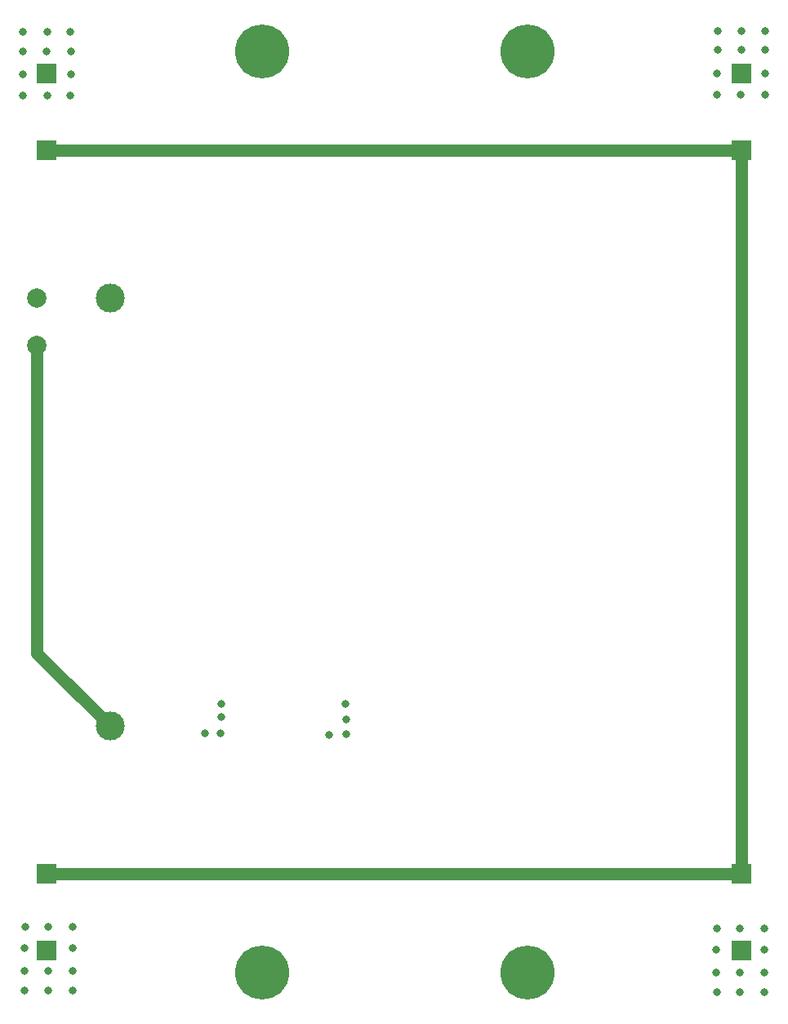
<source format=gtl>
G04 #@! TF.GenerationSoftware,KiCad,Pcbnew,(6.0.5-0)*
G04 #@! TF.CreationDate,2022-12-26T00:23:02-05:00*
G04 #@! TF.ProjectId,solar-cell-pcbs-burn-wire-vertical,736f6c61-722d-4636-956c-6c2d70636273,rev?*
G04 #@! TF.SameCoordinates,Original*
G04 #@! TF.FileFunction,Copper,L1,Top*
G04 #@! TF.FilePolarity,Positive*
%FSLAX46Y46*%
G04 Gerber Fmt 4.6, Leading zero omitted, Abs format (unit mm)*
G04 Created by KiCad (PCBNEW (6.0.5-0)) date 2022-12-26 00:23:02*
%MOMM*%
%LPD*%
G01*
G04 APERTURE LIST*
G04 #@! TA.AperFunction,ComponentPad*
%ADD10R,2.000000X2.000000*%
G04 #@! TD*
G04 #@! TA.AperFunction,ComponentPad*
%ADD11C,2.000000*%
G04 #@! TD*
G04 #@! TA.AperFunction,ComponentPad*
%ADD12C,5.600000*%
G04 #@! TD*
G04 #@! TA.AperFunction,ComponentPad*
%ADD13C,3.000000*%
G04 #@! TD*
G04 #@! TA.AperFunction,ViaPad*
%ADD14C,0.800000*%
G04 #@! TD*
G04 #@! TA.AperFunction,Conductor*
%ADD15C,1.270000*%
G04 #@! TD*
G04 APERTURE END LIST*
D10*
X148000000Y-128000000D03*
D11*
X75000000Y-73200000D03*
D12*
X98350000Y-138250000D03*
D10*
X76000000Y-136000000D03*
D13*
X82600000Y-112700000D03*
D10*
X148000000Y-45000000D03*
D12*
X125850000Y-138250000D03*
D10*
X76000000Y-53000000D03*
D12*
X125850000Y-42750000D03*
D10*
X76000000Y-45000000D03*
X76000000Y-128000000D03*
D11*
X75000000Y-68300000D03*
D13*
X82600000Y-68300000D03*
D12*
X98350000Y-42750000D03*
D10*
X148000000Y-53000000D03*
X148000000Y-136000000D03*
D14*
X78650000Y-140100000D03*
X78425000Y-47300000D03*
X147875000Y-140275000D03*
X145525000Y-47200000D03*
X73725000Y-140100000D03*
X145550000Y-42600000D03*
X147875000Y-138275000D03*
X145475000Y-133675000D03*
X73525000Y-42700000D03*
X150400000Y-135875000D03*
X76000000Y-42700000D03*
X73500000Y-47300000D03*
X73675000Y-138100000D03*
X94100000Y-110375000D03*
X76125000Y-138100000D03*
X78650000Y-138100000D03*
X107000000Y-110350000D03*
X78450000Y-40700000D03*
X145550000Y-40600000D03*
X73750000Y-133500000D03*
X150375000Y-140275000D03*
X107025000Y-112000000D03*
X78675000Y-133500000D03*
X78500000Y-45100000D03*
X94050000Y-113450000D03*
X107025000Y-113550000D03*
X73525000Y-40700000D03*
X150475000Y-40600000D03*
X150400000Y-133675000D03*
X150375000Y-138275000D03*
X76025000Y-40700000D03*
X147900000Y-133675000D03*
X94100000Y-111775000D03*
X150525000Y-45000000D03*
X78500000Y-42700000D03*
X76025000Y-47300000D03*
X145525000Y-45000000D03*
X150525000Y-42600000D03*
X145450000Y-140275000D03*
X145400000Y-138275000D03*
X76150000Y-140100000D03*
X78675000Y-135700000D03*
X73675000Y-135700000D03*
X148050000Y-40600000D03*
X145400000Y-135875000D03*
X73500000Y-45100000D03*
X148050000Y-42600000D03*
X150450000Y-47200000D03*
X92375000Y-113475000D03*
X76175000Y-133500000D03*
X147975000Y-47225000D03*
X105275000Y-113575000D03*
D15*
X75000000Y-105100000D02*
X82600000Y-112700000D01*
X75000000Y-73200000D02*
X75000000Y-105100000D01*
X76000000Y-128000000D02*
X148000000Y-128000000D01*
X148000000Y-128000000D02*
X148000000Y-53000000D01*
X148000000Y-53000000D02*
X76000000Y-53000000D01*
M02*

</source>
